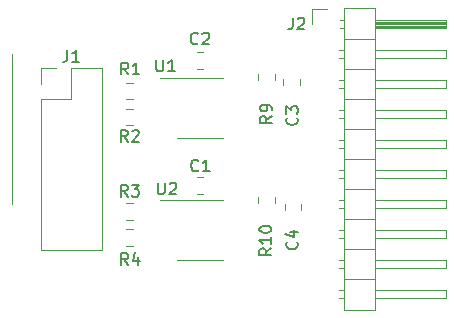
<source format=gbr>
G04 #@! TF.GenerationSoftware,KiCad,Pcbnew,(5.1.5)-3*
G04 #@! TF.CreationDate,2020-02-12T22:52:44+00:00*
G04 #@! TF.ProjectId,pmod-dualrs422,706d6f64-2d64-4756-916c-72733432322e,rev?*
G04 #@! TF.SameCoordinates,Original*
G04 #@! TF.FileFunction,Legend,Top*
G04 #@! TF.FilePolarity,Positive*
%FSLAX46Y46*%
G04 Gerber Fmt 4.6, Leading zero omitted, Abs format (unit mm)*
G04 Created by KiCad (PCBNEW (5.1.5)-3) date 2020-02-12 22:52:44*
%MOMM*%
%LPD*%
G04 APERTURE LIST*
%ADD10C,0.120000*%
%ADD11C,0.150000*%
G04 APERTURE END LIST*
D10*
X214660480Y-106669840D02*
X214660480Y-119369840D01*
X214660480Y-119369840D02*
X214660480Y-106669840D01*
X240060480Y-102859840D02*
X241330480Y-102859840D01*
X240060480Y-104129840D02*
X240060480Y-102859840D01*
X242373409Y-127369840D02*
X242770480Y-127369840D01*
X242373409Y-126609840D02*
X242770480Y-126609840D01*
X251430480Y-127369840D02*
X245430480Y-127369840D01*
X251430480Y-126609840D02*
X251430480Y-127369840D01*
X245430480Y-126609840D02*
X251430480Y-126609840D01*
X242770480Y-125719840D02*
X245430480Y-125719840D01*
X242373409Y-124829840D02*
X242770480Y-124829840D01*
X242373409Y-124069840D02*
X242770480Y-124069840D01*
X251430480Y-124829840D02*
X245430480Y-124829840D01*
X251430480Y-124069840D02*
X251430480Y-124829840D01*
X245430480Y-124069840D02*
X251430480Y-124069840D01*
X242770480Y-123179840D02*
X245430480Y-123179840D01*
X242373409Y-122289840D02*
X242770480Y-122289840D01*
X242373409Y-121529840D02*
X242770480Y-121529840D01*
X251430480Y-122289840D02*
X245430480Y-122289840D01*
X251430480Y-121529840D02*
X251430480Y-122289840D01*
X245430480Y-121529840D02*
X251430480Y-121529840D01*
X242770480Y-120639840D02*
X245430480Y-120639840D01*
X242373409Y-119749840D02*
X242770480Y-119749840D01*
X242373409Y-118989840D02*
X242770480Y-118989840D01*
X251430480Y-119749840D02*
X245430480Y-119749840D01*
X251430480Y-118989840D02*
X251430480Y-119749840D01*
X245430480Y-118989840D02*
X251430480Y-118989840D01*
X242770480Y-118099840D02*
X245430480Y-118099840D01*
X242373409Y-117209840D02*
X242770480Y-117209840D01*
X242373409Y-116449840D02*
X242770480Y-116449840D01*
X251430480Y-117209840D02*
X245430480Y-117209840D01*
X251430480Y-116449840D02*
X251430480Y-117209840D01*
X245430480Y-116449840D02*
X251430480Y-116449840D01*
X242770480Y-115559840D02*
X245430480Y-115559840D01*
X242373409Y-114669840D02*
X242770480Y-114669840D01*
X242373409Y-113909840D02*
X242770480Y-113909840D01*
X251430480Y-114669840D02*
X245430480Y-114669840D01*
X251430480Y-113909840D02*
X251430480Y-114669840D01*
X245430480Y-113909840D02*
X251430480Y-113909840D01*
X242770480Y-113019840D02*
X245430480Y-113019840D01*
X242373409Y-112129840D02*
X242770480Y-112129840D01*
X242373409Y-111369840D02*
X242770480Y-111369840D01*
X251430480Y-112129840D02*
X245430480Y-112129840D01*
X251430480Y-111369840D02*
X251430480Y-112129840D01*
X245430480Y-111369840D02*
X251430480Y-111369840D01*
X242770480Y-110479840D02*
X245430480Y-110479840D01*
X242373409Y-109589840D02*
X242770480Y-109589840D01*
X242373409Y-108829840D02*
X242770480Y-108829840D01*
X251430480Y-109589840D02*
X245430480Y-109589840D01*
X251430480Y-108829840D02*
X251430480Y-109589840D01*
X245430480Y-108829840D02*
X251430480Y-108829840D01*
X242770480Y-107939840D02*
X245430480Y-107939840D01*
X242373409Y-107049840D02*
X242770480Y-107049840D01*
X242373409Y-106289840D02*
X242770480Y-106289840D01*
X251430480Y-107049840D02*
X245430480Y-107049840D01*
X251430480Y-106289840D02*
X251430480Y-107049840D01*
X245430480Y-106289840D02*
X251430480Y-106289840D01*
X242770480Y-105399840D02*
X245430480Y-105399840D01*
X242440480Y-104509840D02*
X242770480Y-104509840D01*
X242440480Y-103749840D02*
X242770480Y-103749840D01*
X245430480Y-104409840D02*
X251430480Y-104409840D01*
X245430480Y-104289840D02*
X251430480Y-104289840D01*
X245430480Y-104169840D02*
X251430480Y-104169840D01*
X245430480Y-104049840D02*
X251430480Y-104049840D01*
X245430480Y-103929840D02*
X251430480Y-103929840D01*
X245430480Y-103809840D02*
X251430480Y-103809840D01*
X251430480Y-104509840D02*
X245430480Y-104509840D01*
X251430480Y-103749840D02*
X251430480Y-104509840D01*
X245430480Y-103749840D02*
X251430480Y-103749840D01*
X245430480Y-102799840D02*
X242770480Y-102799840D01*
X245430480Y-128319840D02*
X245430480Y-102799840D01*
X242770480Y-128319840D02*
X245430480Y-128319840D01*
X242770480Y-102799840D02*
X242770480Y-128319840D01*
X230386422Y-107910000D02*
X230903578Y-107910000D01*
X230386422Y-106490000D02*
X230903578Y-106490000D01*
X224903578Y-121490000D02*
X224386422Y-121490000D01*
X224903578Y-122910000D02*
X224386422Y-122910000D01*
X224903578Y-119290000D02*
X224386422Y-119290000D01*
X224903578Y-120710000D02*
X224386422Y-120710000D01*
X224903578Y-111290000D02*
X224386422Y-111290000D01*
X224903578Y-112710000D02*
X224386422Y-112710000D01*
X224903578Y-109090000D02*
X224386422Y-109090000D01*
X224903578Y-110510000D02*
X224386422Y-110510000D01*
X217115000Y-107870000D02*
X218445000Y-107870000D01*
X217115000Y-109200000D02*
X217115000Y-107870000D01*
X219715000Y-107870000D02*
X222315000Y-107870000D01*
X219715000Y-110470000D02*
X219715000Y-107870000D01*
X217115000Y-110470000D02*
X219715000Y-110470000D01*
X222315000Y-107870000D02*
X222315000Y-123230000D01*
X217115000Y-110470000D02*
X217115000Y-123230000D01*
X217115000Y-123230000D02*
X222315000Y-123230000D01*
X230645000Y-118990000D02*
X227195000Y-118990000D01*
X230645000Y-118990000D02*
X232595000Y-118990000D01*
X230645000Y-124110000D02*
X228695000Y-124110000D01*
X230645000Y-124110000D02*
X232595000Y-124110000D01*
X230645000Y-108690000D02*
X227195000Y-108690000D01*
X230645000Y-108690000D02*
X232595000Y-108690000D01*
X230645000Y-113810000D02*
X228695000Y-113810000D01*
X230645000Y-113810000D02*
X232595000Y-113810000D01*
X235510000Y-118788922D02*
X235510000Y-119306078D01*
X236930000Y-118788922D02*
X236930000Y-119306078D01*
X235510000Y-108326422D02*
X235510000Y-108843578D01*
X236930000Y-108326422D02*
X236930000Y-108843578D01*
X237770000Y-119348922D02*
X237770000Y-119866078D01*
X239190000Y-119348922D02*
X239190000Y-119866078D01*
X237670000Y-108748922D02*
X237670000Y-109266078D01*
X239090000Y-108748922D02*
X239090000Y-109266078D01*
X230386422Y-118510000D02*
X230903578Y-118510000D01*
X230386422Y-117090000D02*
X230903578Y-117090000D01*
D11*
X238457146Y-103582220D02*
X238457146Y-104296506D01*
X238409527Y-104439363D01*
X238314289Y-104534601D01*
X238171432Y-104582220D01*
X238076194Y-104582220D01*
X238885718Y-103677459D02*
X238933337Y-103629840D01*
X239028575Y-103582220D01*
X239266670Y-103582220D01*
X239361908Y-103629840D01*
X239409527Y-103677459D01*
X239457146Y-103772697D01*
X239457146Y-103867935D01*
X239409527Y-104010792D01*
X238838099Y-104582220D01*
X239457146Y-104582220D01*
X230432313Y-105756982D02*
X230384694Y-105804601D01*
X230241837Y-105852220D01*
X230146599Y-105852220D01*
X230003741Y-105804601D01*
X229908503Y-105709363D01*
X229860884Y-105614125D01*
X229813265Y-105423649D01*
X229813265Y-105280792D01*
X229860884Y-105090316D01*
X229908503Y-104995078D01*
X230003741Y-104899840D01*
X230146599Y-104852220D01*
X230241837Y-104852220D01*
X230384694Y-104899840D01*
X230432313Y-104947459D01*
X230813265Y-104947459D02*
X230860884Y-104899840D01*
X230956122Y-104852220D01*
X231194218Y-104852220D01*
X231289456Y-104899840D01*
X231337075Y-104947459D01*
X231384694Y-105042697D01*
X231384694Y-105137935D01*
X231337075Y-105280792D01*
X230765646Y-105852220D01*
X231384694Y-105852220D01*
X224526813Y-124521220D02*
X224193480Y-124045030D01*
X223955384Y-124521220D02*
X223955384Y-123521220D01*
X224336337Y-123521220D01*
X224431575Y-123568840D01*
X224479194Y-123616459D01*
X224526813Y-123711697D01*
X224526813Y-123854554D01*
X224479194Y-123949792D01*
X224431575Y-123997411D01*
X224336337Y-124045030D01*
X223955384Y-124045030D01*
X225383956Y-123854554D02*
X225383956Y-124521220D01*
X225145860Y-123473601D02*
X224907765Y-124187887D01*
X225526813Y-124187887D01*
X224478333Y-118742720D02*
X224145000Y-118266530D01*
X223906904Y-118742720D02*
X223906904Y-117742720D01*
X224287857Y-117742720D01*
X224383095Y-117790340D01*
X224430714Y-117837959D01*
X224478333Y-117933197D01*
X224478333Y-118076054D01*
X224430714Y-118171292D01*
X224383095Y-118218911D01*
X224287857Y-118266530D01*
X223906904Y-118266530D01*
X224811666Y-117742720D02*
X225430714Y-117742720D01*
X225097380Y-118123673D01*
X225240238Y-118123673D01*
X225335476Y-118171292D01*
X225383095Y-118218911D01*
X225430714Y-118314149D01*
X225430714Y-118552244D01*
X225383095Y-118647482D01*
X225335476Y-118695101D01*
X225240238Y-118742720D01*
X224954523Y-118742720D01*
X224859285Y-118695101D01*
X224811666Y-118647482D01*
X224478333Y-114102380D02*
X224145000Y-113626190D01*
X223906904Y-114102380D02*
X223906904Y-113102380D01*
X224287857Y-113102380D01*
X224383095Y-113150000D01*
X224430714Y-113197619D01*
X224478333Y-113292857D01*
X224478333Y-113435714D01*
X224430714Y-113530952D01*
X224383095Y-113578571D01*
X224287857Y-113626190D01*
X223906904Y-113626190D01*
X224859285Y-113197619D02*
X224906904Y-113150000D01*
X225002142Y-113102380D01*
X225240238Y-113102380D01*
X225335476Y-113150000D01*
X225383095Y-113197619D01*
X225430714Y-113292857D01*
X225430714Y-113388095D01*
X225383095Y-113530952D01*
X224811666Y-114102380D01*
X225430714Y-114102380D01*
X224526813Y-108392220D02*
X224193480Y-107916030D01*
X223955384Y-108392220D02*
X223955384Y-107392220D01*
X224336337Y-107392220D01*
X224431575Y-107439840D01*
X224479194Y-107487459D01*
X224526813Y-107582697D01*
X224526813Y-107725554D01*
X224479194Y-107820792D01*
X224431575Y-107868411D01*
X224336337Y-107916030D01*
X223955384Y-107916030D01*
X225479194Y-108392220D02*
X224907765Y-108392220D01*
X225193480Y-108392220D02*
X225193480Y-107392220D01*
X225098241Y-107535078D01*
X225003003Y-107630316D01*
X224907765Y-107677935D01*
X219381666Y-106322380D02*
X219381666Y-107036666D01*
X219334047Y-107179523D01*
X219238809Y-107274761D01*
X219095952Y-107322380D01*
X219000714Y-107322380D01*
X220381666Y-107322380D02*
X219810238Y-107322380D01*
X220095952Y-107322380D02*
X220095952Y-106322380D01*
X220000714Y-106465238D01*
X219905476Y-106560476D01*
X219810238Y-106608095D01*
X227043075Y-117552220D02*
X227043075Y-118361744D01*
X227090694Y-118456982D01*
X227138313Y-118504601D01*
X227233551Y-118552220D01*
X227424027Y-118552220D01*
X227519265Y-118504601D01*
X227566884Y-118456982D01*
X227614503Y-118361744D01*
X227614503Y-117552220D01*
X228043075Y-117647459D02*
X228090694Y-117599840D01*
X228185932Y-117552220D01*
X228424027Y-117552220D01*
X228519265Y-117599840D01*
X228566884Y-117647459D01*
X228614503Y-117742697D01*
X228614503Y-117837935D01*
X228566884Y-117980792D01*
X227995456Y-118552220D01*
X228614503Y-118552220D01*
X226916075Y-107138220D02*
X226916075Y-107947744D01*
X226963694Y-108042982D01*
X227011313Y-108090601D01*
X227106551Y-108138220D01*
X227297027Y-108138220D01*
X227392265Y-108090601D01*
X227439884Y-108042982D01*
X227487503Y-107947744D01*
X227487503Y-107138220D01*
X228487503Y-108138220D02*
X227916075Y-108138220D01*
X228201789Y-108138220D02*
X228201789Y-107138220D01*
X228106551Y-107281078D01*
X228011313Y-107376316D01*
X227916075Y-107423935D01*
X236639360Y-123124197D02*
X236163170Y-123457530D01*
X236639360Y-123695625D02*
X235639360Y-123695625D01*
X235639360Y-123314673D01*
X235686980Y-123219435D01*
X235734599Y-123171816D01*
X235829837Y-123124197D01*
X235972694Y-123124197D01*
X236067932Y-123171816D01*
X236115551Y-123219435D01*
X236163170Y-123314673D01*
X236163170Y-123695625D01*
X236639360Y-122171816D02*
X236639360Y-122743244D01*
X236639360Y-122457530D02*
X235639360Y-122457530D01*
X235782218Y-122552768D01*
X235877456Y-122648006D01*
X235925075Y-122743244D01*
X235639360Y-121552768D02*
X235639360Y-121457530D01*
X235686980Y-121362292D01*
X235734599Y-121314673D01*
X235829837Y-121267054D01*
X236020313Y-121219435D01*
X236258408Y-121219435D01*
X236448884Y-121267054D01*
X236544122Y-121314673D01*
X236591741Y-121362292D01*
X236639360Y-121457530D01*
X236639360Y-121552768D01*
X236591741Y-121648006D01*
X236544122Y-121695625D01*
X236448884Y-121743244D01*
X236258408Y-121790863D01*
X236020313Y-121790863D01*
X235829837Y-121743244D01*
X235734599Y-121695625D01*
X235686980Y-121648006D01*
X235639360Y-121552768D01*
X236702860Y-111916506D02*
X236226670Y-112249840D01*
X236702860Y-112487935D02*
X235702860Y-112487935D01*
X235702860Y-112106982D01*
X235750480Y-112011744D01*
X235798099Y-111964125D01*
X235893337Y-111916506D01*
X236036194Y-111916506D01*
X236131432Y-111964125D01*
X236179051Y-112011744D01*
X236226670Y-112106982D01*
X236226670Y-112487935D01*
X236702860Y-111440316D02*
X236702860Y-111249840D01*
X236655241Y-111154601D01*
X236607622Y-111106982D01*
X236464765Y-111011744D01*
X236274289Y-110964125D01*
X235893337Y-110964125D01*
X235798099Y-111011744D01*
X235750480Y-111059363D01*
X235702860Y-111154601D01*
X235702860Y-111345078D01*
X235750480Y-111440316D01*
X235798099Y-111487935D01*
X235893337Y-111535554D01*
X236131432Y-111535554D01*
X236226670Y-111487935D01*
X236274289Y-111440316D01*
X236321908Y-111345078D01*
X236321908Y-111154601D01*
X236274289Y-111059363D01*
X236226670Y-111011744D01*
X236131432Y-110964125D01*
X238802142Y-122566666D02*
X238849761Y-122614285D01*
X238897380Y-122757142D01*
X238897380Y-122852380D01*
X238849761Y-122995238D01*
X238754523Y-123090476D01*
X238659285Y-123138095D01*
X238468809Y-123185714D01*
X238325952Y-123185714D01*
X238135476Y-123138095D01*
X238040238Y-123090476D01*
X237945000Y-122995238D01*
X237897380Y-122852380D01*
X237897380Y-122757142D01*
X237945000Y-122614285D01*
X237992619Y-122566666D01*
X238230714Y-121709523D02*
X238897380Y-121709523D01*
X237849761Y-121947619D02*
X238564047Y-122185714D01*
X238564047Y-121566666D01*
X238802142Y-112066666D02*
X238849761Y-112114285D01*
X238897380Y-112257142D01*
X238897380Y-112352380D01*
X238849761Y-112495238D01*
X238754523Y-112590476D01*
X238659285Y-112638095D01*
X238468809Y-112685714D01*
X238325952Y-112685714D01*
X238135476Y-112638095D01*
X238040238Y-112590476D01*
X237945000Y-112495238D01*
X237897380Y-112352380D01*
X237897380Y-112257142D01*
X237945000Y-112114285D01*
X237992619Y-112066666D01*
X237897380Y-111733333D02*
X237897380Y-111114285D01*
X238278333Y-111447619D01*
X238278333Y-111304761D01*
X238325952Y-111209523D01*
X238373571Y-111161904D01*
X238468809Y-111114285D01*
X238706904Y-111114285D01*
X238802142Y-111161904D01*
X238849761Y-111209523D01*
X238897380Y-111304761D01*
X238897380Y-111590476D01*
X238849761Y-111685714D01*
X238802142Y-111733333D01*
X230478333Y-116507142D02*
X230430714Y-116554761D01*
X230287857Y-116602380D01*
X230192619Y-116602380D01*
X230049761Y-116554761D01*
X229954523Y-116459523D01*
X229906904Y-116364285D01*
X229859285Y-116173809D01*
X229859285Y-116030952D01*
X229906904Y-115840476D01*
X229954523Y-115745238D01*
X230049761Y-115650000D01*
X230192619Y-115602380D01*
X230287857Y-115602380D01*
X230430714Y-115650000D01*
X230478333Y-115697619D01*
X231430714Y-116602380D02*
X230859285Y-116602380D01*
X231145000Y-116602380D02*
X231145000Y-115602380D01*
X231049761Y-115745238D01*
X230954523Y-115840476D01*
X230859285Y-115888095D01*
M02*

</source>
